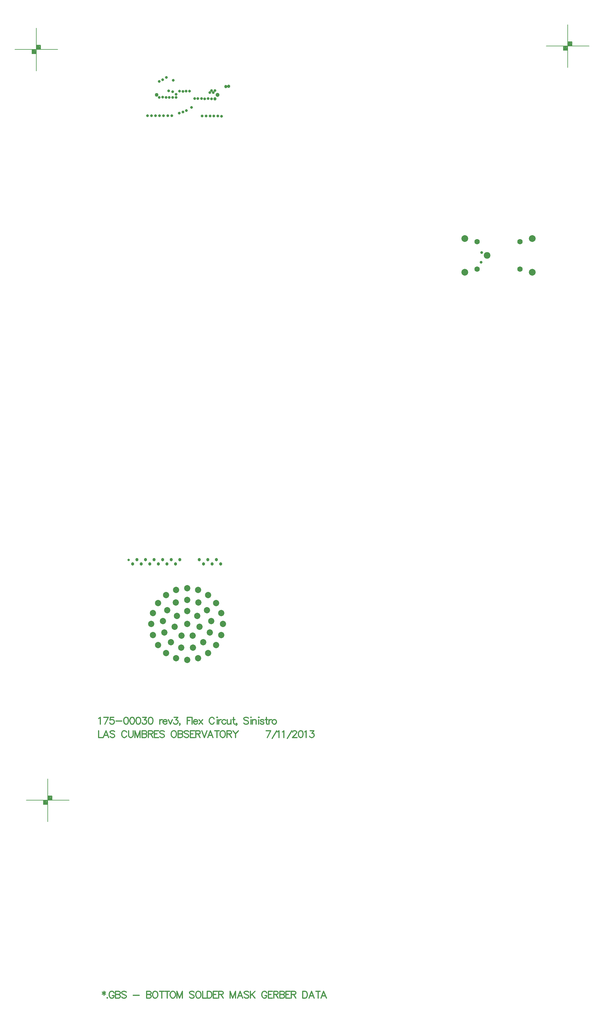
<source format=gbs>
%FSLAX23Y23*%
%MOIN*%
G70*
G01*
G75*
G04 Layer_Color=16711935*
%ADD10C,0.030*%
%ADD11C,0.010*%
%ADD12R,0.059X0.118*%
%ADD13R,0.010X0.035*%
%ADD14R,0.063X0.071*%
%ADD15C,0.007*%
%ADD16C,0.008*%
%ADD17C,0.005*%
%ADD18C,0.012*%
%ADD19C,0.012*%
%ADD20C,0.012*%
%ADD21C,0.070*%
%ADD22C,0.065*%
%ADD23C,0.035*%
%ADD24C,0.039*%
%ADD25C,0.055*%
%ADD26C,0.071*%
%ADD27C,0.020*%
%ADD28C,0.030*%
%ADD29C,0.024*%
%ADD30C,0.008*%
%ADD31R,0.067X0.126*%
%ADD32R,0.018X0.043*%
%ADD33R,0.071X0.079*%
%ADD34C,0.078*%
%ADD35C,0.073*%
%ADD36C,0.043*%
%ADD37C,0.047*%
%ADD38C,0.063*%
%ADD39C,0.079*%
%ADD40C,0.028*%
%ADD41C,0.038*%
%ADD42C,0.032*%
D16*
X31094Y22868D02*
X31594D01*
X31344Y22618D02*
Y23118D01*
X31394Y22868D02*
Y22918D01*
X31344D02*
X31394D01*
X31294Y22818D02*
Y22868D01*
Y22818D02*
X31344D01*
X31299Y22863D02*
X31339D01*
X31299Y22823D02*
Y22863D01*
Y22823D02*
X31339D01*
Y22863D01*
X31304Y22858D02*
X31334D01*
X31304Y22828D02*
Y22858D01*
Y22828D02*
X31334D01*
Y22853D01*
X31309D02*
X31329D01*
X31309Y22833D02*
Y22853D01*
Y22833D02*
X31329D01*
Y22848D01*
X31314D02*
X31324D01*
X31314Y22838D02*
Y22848D01*
Y22838D02*
X31324D01*
Y22848D01*
X31314Y22843D02*
X31324D01*
X31349Y22913D02*
X31389D01*
X31349Y22873D02*
Y22913D01*
Y22873D02*
X31389D01*
Y22913D01*
X31354Y22908D02*
X31384D01*
X31354Y22878D02*
Y22908D01*
Y22878D02*
X31384D01*
Y22903D01*
X31359D02*
X31379D01*
X31359Y22883D02*
Y22903D01*
Y22883D02*
X31379D01*
Y22898D01*
X31364D02*
X31374D01*
X31364Y22888D02*
Y22898D01*
Y22888D02*
X31374D01*
Y22898D01*
X31364Y22893D02*
X31374D01*
X24895Y22828D02*
X25395D01*
X25145Y22578D02*
Y23078D01*
X25195Y22828D02*
Y22878D01*
X25145D02*
X25195D01*
X25095Y22778D02*
Y22828D01*
Y22778D02*
X25145D01*
X25100Y22823D02*
X25140D01*
X25100Y22783D02*
Y22823D01*
Y22783D02*
X25140D01*
Y22823D01*
X25105Y22818D02*
X25135D01*
X25105Y22788D02*
Y22818D01*
Y22788D02*
X25135D01*
Y22813D01*
X25110D02*
X25130D01*
X25110Y22793D02*
Y22813D01*
Y22793D02*
X25130D01*
Y22808D01*
X25115D02*
X25125D01*
X25115Y22798D02*
Y22808D01*
Y22798D02*
X25125D01*
Y22808D01*
X25115Y22803D02*
X25125D01*
X25150Y22873D02*
X25190D01*
X25150Y22833D02*
Y22873D01*
Y22833D02*
X25190D01*
Y22873D01*
X25155Y22868D02*
X25185D01*
X25155Y22838D02*
Y22868D01*
Y22838D02*
X25185D01*
Y22863D01*
X25160D02*
X25180D01*
X25160Y22843D02*
Y22863D01*
Y22843D02*
X25180D01*
Y22858D01*
X25165D02*
X25175D01*
X25165Y22848D02*
Y22858D01*
Y22848D02*
X25175D01*
Y22858D01*
X25165Y22853D02*
X25175D01*
X25030Y14069D02*
X25530D01*
X25280Y13819D02*
Y14319D01*
X25330Y14069D02*
Y14119D01*
X25280D02*
X25330D01*
X25230Y14019D02*
Y14069D01*
Y14019D02*
X25280D01*
X25235Y14064D02*
X25275D01*
X25235Y14024D02*
Y14064D01*
Y14024D02*
X25275D01*
Y14064D01*
X25240Y14059D02*
X25270D01*
X25240Y14029D02*
Y14059D01*
Y14029D02*
X25270D01*
Y14054D01*
X25245D02*
X25265D01*
X25245Y14034D02*
Y14054D01*
Y14034D02*
X25265D01*
Y14049D01*
X25250D02*
X25260D01*
X25250Y14039D02*
Y14049D01*
Y14039D02*
X25260D01*
Y14049D01*
X25250Y14044D02*
X25260D01*
X25285Y14114D02*
X25325D01*
X25285Y14074D02*
Y14114D01*
Y14074D02*
X25325D01*
Y14114D01*
X25290Y14109D02*
X25320D01*
X25290Y14079D02*
Y14109D01*
Y14079D02*
X25320D01*
Y14104D01*
X25295D02*
X25315D01*
X25295Y14084D02*
Y14104D01*
Y14084D02*
X25315D01*
Y14099D01*
X25300D02*
X25310D01*
X25300Y14089D02*
Y14099D01*
Y14089D02*
X25310D01*
Y14099D01*
X25300Y14094D02*
X25310D01*
D18*
X25935Y11839D02*
Y11793D01*
X25916Y11828D02*
X25954Y11805D01*
Y11828D02*
X25916Y11805D01*
X25975Y11767D02*
X25971Y11763D01*
X25975Y11759D01*
X25978Y11763D01*
X25975Y11767D01*
X26053Y11820D02*
X26049Y11828D01*
X26042Y11835D01*
X26034Y11839D01*
X26019D01*
X26011Y11835D01*
X26003Y11828D01*
X26000Y11820D01*
X25996Y11809D01*
Y11790D01*
X26000Y11778D01*
X26003Y11771D01*
X26011Y11763D01*
X26019Y11759D01*
X26034D01*
X26042Y11763D01*
X26049Y11771D01*
X26053Y11778D01*
Y11790D01*
X26034D02*
X26053D01*
X26071Y11839D02*
Y11759D01*
Y11839D02*
X26106D01*
X26117Y11835D01*
X26121Y11832D01*
X26125Y11824D01*
Y11816D01*
X26121Y11809D01*
X26117Y11805D01*
X26106Y11801D01*
X26071D02*
X26106D01*
X26117Y11797D01*
X26121Y11793D01*
X26125Y11786D01*
Y11774D01*
X26121Y11767D01*
X26117Y11763D01*
X26106Y11759D01*
X26071D01*
X26196Y11828D02*
X26188Y11835D01*
X26177Y11839D01*
X26162D01*
X26150Y11835D01*
X26142Y11828D01*
Y11820D01*
X26146Y11813D01*
X26150Y11809D01*
X26158Y11805D01*
X26181Y11797D01*
X26188Y11793D01*
X26192Y11790D01*
X26196Y11782D01*
Y11771D01*
X26188Y11763D01*
X26177Y11759D01*
X26162D01*
X26150Y11763D01*
X26142Y11771D01*
X26277Y11793D02*
X26345D01*
X26432Y11839D02*
Y11759D01*
Y11839D02*
X26466D01*
X26477Y11835D01*
X26481Y11832D01*
X26485Y11824D01*
Y11816D01*
X26481Y11809D01*
X26477Y11805D01*
X26466Y11801D01*
X26432D02*
X26466D01*
X26477Y11797D01*
X26481Y11793D01*
X26485Y11786D01*
Y11774D01*
X26481Y11767D01*
X26477Y11763D01*
X26466Y11759D01*
X26432D01*
X26526Y11839D02*
X26518Y11835D01*
X26510Y11828D01*
X26507Y11820D01*
X26503Y11809D01*
Y11790D01*
X26507Y11778D01*
X26510Y11771D01*
X26518Y11763D01*
X26526Y11759D01*
X26541D01*
X26548Y11763D01*
X26556Y11771D01*
X26560Y11778D01*
X26564Y11790D01*
Y11809D01*
X26560Y11820D01*
X26556Y11828D01*
X26548Y11835D01*
X26541Y11839D01*
X26526D01*
X26609D02*
Y11759D01*
X26582Y11839D02*
X26636D01*
X26672D02*
Y11759D01*
X26645Y11839D02*
X26699D01*
X26731D02*
X26723Y11835D01*
X26716Y11828D01*
X26712Y11820D01*
X26708Y11809D01*
Y11790D01*
X26712Y11778D01*
X26716Y11771D01*
X26723Y11763D01*
X26731Y11759D01*
X26746D01*
X26754Y11763D01*
X26761Y11771D01*
X26765Y11778D01*
X26769Y11790D01*
Y11809D01*
X26765Y11820D01*
X26761Y11828D01*
X26754Y11835D01*
X26746Y11839D01*
X26731D01*
X26788D02*
Y11759D01*
Y11839D02*
X26818Y11759D01*
X26849Y11839D02*
X26818Y11759D01*
X26849Y11839D02*
Y11759D01*
X26988Y11828D02*
X26980Y11835D01*
X26969Y11839D01*
X26953D01*
X26942Y11835D01*
X26934Y11828D01*
Y11820D01*
X26938Y11813D01*
X26942Y11809D01*
X26950Y11805D01*
X26972Y11797D01*
X26980Y11793D01*
X26984Y11790D01*
X26988Y11782D01*
Y11771D01*
X26980Y11763D01*
X26969Y11759D01*
X26953D01*
X26942Y11763D01*
X26934Y11771D01*
X27028Y11839D02*
X27021Y11835D01*
X27013Y11828D01*
X27009Y11820D01*
X27006Y11809D01*
Y11790D01*
X27009Y11778D01*
X27013Y11771D01*
X27021Y11763D01*
X27028Y11759D01*
X27044D01*
X27051Y11763D01*
X27059Y11771D01*
X27063Y11778D01*
X27066Y11790D01*
Y11809D01*
X27063Y11820D01*
X27059Y11828D01*
X27051Y11835D01*
X27044Y11839D01*
X27028D01*
X27085D02*
Y11759D01*
X27131D01*
X27140Y11839D02*
Y11759D01*
Y11839D02*
X27166D01*
X27178Y11835D01*
X27185Y11828D01*
X27189Y11820D01*
X27193Y11809D01*
Y11790D01*
X27189Y11778D01*
X27185Y11771D01*
X27178Y11763D01*
X27166Y11759D01*
X27140D01*
X27260Y11839D02*
X27211D01*
Y11759D01*
X27260D01*
X27211Y11801D02*
X27241D01*
X27274Y11839D02*
Y11759D01*
Y11839D02*
X27308D01*
X27319Y11835D01*
X27323Y11832D01*
X27327Y11824D01*
Y11816D01*
X27323Y11809D01*
X27319Y11805D01*
X27308Y11801D01*
X27274D01*
X27300D02*
X27327Y11759D01*
X27408Y11839D02*
Y11759D01*
Y11839D02*
X27438Y11759D01*
X27469Y11839D02*
X27438Y11759D01*
X27469Y11839D02*
Y11759D01*
X27552D02*
X27522Y11839D01*
X27492Y11759D01*
X27503Y11786D02*
X27541D01*
X27624Y11828D02*
X27617Y11835D01*
X27605Y11839D01*
X27590D01*
X27579Y11835D01*
X27571Y11828D01*
Y11820D01*
X27575Y11813D01*
X27579Y11809D01*
X27586Y11805D01*
X27609Y11797D01*
X27617Y11793D01*
X27621Y11790D01*
X27624Y11782D01*
Y11771D01*
X27617Y11763D01*
X27605Y11759D01*
X27590D01*
X27579Y11763D01*
X27571Y11771D01*
X27642Y11839D02*
Y11759D01*
X27696Y11839D02*
X27642Y11786D01*
X27661Y11805D02*
X27696Y11759D01*
X27834Y11820D02*
X27830Y11828D01*
X27822Y11835D01*
X27814Y11839D01*
X27799D01*
X27792Y11835D01*
X27784Y11828D01*
X27780Y11820D01*
X27776Y11809D01*
Y11790D01*
X27780Y11778D01*
X27784Y11771D01*
X27792Y11763D01*
X27799Y11759D01*
X27814D01*
X27822Y11763D01*
X27830Y11771D01*
X27834Y11778D01*
Y11790D01*
X27814D02*
X27834D01*
X27901Y11839D02*
X27852D01*
Y11759D01*
X27901D01*
X27852Y11801D02*
X27882D01*
X27915Y11839D02*
Y11759D01*
Y11839D02*
X27949D01*
X27960Y11835D01*
X27964Y11832D01*
X27968Y11824D01*
Y11816D01*
X27964Y11809D01*
X27960Y11805D01*
X27949Y11801D01*
X27915D01*
X27941D02*
X27968Y11759D01*
X27986Y11839D02*
Y11759D01*
Y11839D02*
X28020D01*
X28032Y11835D01*
X28035Y11832D01*
X28039Y11824D01*
Y11816D01*
X28035Y11809D01*
X28032Y11805D01*
X28020Y11801D01*
X27986D02*
X28020D01*
X28032Y11797D01*
X28035Y11793D01*
X28039Y11786D01*
Y11774D01*
X28035Y11767D01*
X28032Y11763D01*
X28020Y11759D01*
X27986D01*
X28107Y11839D02*
X28057D01*
Y11759D01*
X28107D01*
X28057Y11801D02*
X28088D01*
X28120Y11839D02*
Y11759D01*
Y11839D02*
X28154D01*
X28166Y11835D01*
X28169Y11832D01*
X28173Y11824D01*
Y11816D01*
X28169Y11809D01*
X28166Y11805D01*
X28154Y11801D01*
X28120D01*
X28147D02*
X28173Y11759D01*
X28254Y11839D02*
Y11759D01*
Y11839D02*
X28281D01*
X28292Y11835D01*
X28300Y11828D01*
X28304Y11820D01*
X28307Y11809D01*
Y11790D01*
X28304Y11778D01*
X28300Y11771D01*
X28292Y11763D01*
X28281Y11759D01*
X28254D01*
X28386D02*
X28356Y11839D01*
X28325Y11759D01*
X28337Y11786D02*
X28375D01*
X28432Y11839D02*
Y11759D01*
X28405Y11839D02*
X28458D01*
X28529Y11759D02*
X28498Y11839D01*
X28468Y11759D01*
X28479Y11786D02*
X28517D01*
D19*
X25874Y14880D02*
Y14800D01*
X25920D01*
X25989D02*
X25959Y14880D01*
X25928Y14800D01*
X25940Y14827D02*
X25978D01*
X26061Y14868D02*
X26054Y14876D01*
X26042Y14880D01*
X26027D01*
X26016Y14876D01*
X26008Y14868D01*
Y14861D01*
X26012Y14853D01*
X26016Y14849D01*
X26023Y14846D01*
X26046Y14838D01*
X26054Y14834D01*
X26057Y14830D01*
X26061Y14823D01*
Y14811D01*
X26054Y14804D01*
X26042Y14800D01*
X26027D01*
X26016Y14804D01*
X26008Y14811D01*
X26199Y14861D02*
X26195Y14868D01*
X26188Y14876D01*
X26180Y14880D01*
X26165D01*
X26157Y14876D01*
X26150Y14868D01*
X26146Y14861D01*
X26142Y14849D01*
Y14830D01*
X26146Y14819D01*
X26150Y14811D01*
X26157Y14804D01*
X26165Y14800D01*
X26180D01*
X26188Y14804D01*
X26195Y14811D01*
X26199Y14819D01*
X26222Y14880D02*
Y14823D01*
X26225Y14811D01*
X26233Y14804D01*
X26244Y14800D01*
X26252D01*
X26264Y14804D01*
X26271Y14811D01*
X26275Y14823D01*
Y14880D01*
X26297D02*
Y14800D01*
Y14880D02*
X26327Y14800D01*
X26358Y14880D02*
X26327Y14800D01*
X26358Y14880D02*
Y14800D01*
X26381Y14880D02*
Y14800D01*
Y14880D02*
X26415D01*
X26427Y14876D01*
X26430Y14872D01*
X26434Y14865D01*
Y14857D01*
X26430Y14849D01*
X26427Y14846D01*
X26415Y14842D01*
X26381D02*
X26415D01*
X26427Y14838D01*
X26430Y14834D01*
X26434Y14827D01*
Y14815D01*
X26430Y14808D01*
X26427Y14804D01*
X26415Y14800D01*
X26381D01*
X26452Y14880D02*
Y14800D01*
Y14880D02*
X26486D01*
X26498Y14876D01*
X26502Y14872D01*
X26505Y14865D01*
Y14857D01*
X26502Y14849D01*
X26498Y14846D01*
X26486Y14842D01*
X26452D01*
X26479D02*
X26505Y14800D01*
X26573Y14880D02*
X26523D01*
Y14800D01*
X26573D01*
X26523Y14842D02*
X26554D01*
X26639Y14868D02*
X26632Y14876D01*
X26620Y14880D01*
X26605D01*
X26594Y14876D01*
X26586Y14868D01*
Y14861D01*
X26590Y14853D01*
X26594Y14849D01*
X26601Y14846D01*
X26624Y14838D01*
X26632Y14834D01*
X26636Y14830D01*
X26639Y14823D01*
Y14811D01*
X26632Y14804D01*
X26620Y14800D01*
X26605D01*
X26594Y14804D01*
X26586Y14811D01*
X26743Y14880D02*
X26735Y14876D01*
X26728Y14868D01*
X26724Y14861D01*
X26720Y14849D01*
Y14830D01*
X26724Y14819D01*
X26728Y14811D01*
X26735Y14804D01*
X26743Y14800D01*
X26758D01*
X26766Y14804D01*
X26773Y14811D01*
X26777Y14819D01*
X26781Y14830D01*
Y14849D01*
X26777Y14861D01*
X26773Y14868D01*
X26766Y14876D01*
X26758Y14880D01*
X26743D01*
X26800D02*
Y14800D01*
Y14880D02*
X26834D01*
X26845Y14876D01*
X26849Y14872D01*
X26853Y14865D01*
Y14857D01*
X26849Y14849D01*
X26845Y14846D01*
X26834Y14842D01*
X26800D02*
X26834D01*
X26845Y14838D01*
X26849Y14834D01*
X26853Y14827D01*
Y14815D01*
X26849Y14808D01*
X26845Y14804D01*
X26834Y14800D01*
X26800D01*
X26924Y14868D02*
X26917Y14876D01*
X26905Y14880D01*
X26890D01*
X26879Y14876D01*
X26871Y14868D01*
Y14861D01*
X26875Y14853D01*
X26879Y14849D01*
X26886Y14846D01*
X26909Y14838D01*
X26917Y14834D01*
X26921Y14830D01*
X26924Y14823D01*
Y14811D01*
X26917Y14804D01*
X26905Y14800D01*
X26890D01*
X26879Y14804D01*
X26871Y14811D01*
X26992Y14880D02*
X26942D01*
Y14800D01*
X26992D01*
X26942Y14842D02*
X26973D01*
X27005Y14880D02*
Y14800D01*
Y14880D02*
X27039D01*
X27051Y14876D01*
X27055Y14872D01*
X27058Y14865D01*
Y14857D01*
X27055Y14849D01*
X27051Y14846D01*
X27039Y14842D01*
X27005D01*
X27032D02*
X27058Y14800D01*
X27076Y14880D02*
X27107Y14800D01*
X27137Y14880D02*
X27107Y14800D01*
X27208D02*
X27178Y14880D01*
X27148Y14800D01*
X27159Y14827D02*
X27197D01*
X27254Y14880D02*
Y14800D01*
X27227Y14880D02*
X27280D01*
X27313D02*
X27305Y14876D01*
X27298Y14868D01*
X27294Y14861D01*
X27290Y14849D01*
Y14830D01*
X27294Y14819D01*
X27298Y14811D01*
X27305Y14804D01*
X27313Y14800D01*
X27328D01*
X27336Y14804D01*
X27343Y14811D01*
X27347Y14819D01*
X27351Y14830D01*
Y14849D01*
X27347Y14861D01*
X27343Y14868D01*
X27336Y14876D01*
X27328Y14880D01*
X27313D01*
X27370D02*
Y14800D01*
Y14880D02*
X27404D01*
X27415Y14876D01*
X27419Y14872D01*
X27423Y14865D01*
Y14857D01*
X27419Y14849D01*
X27415Y14846D01*
X27404Y14842D01*
X27370D01*
X27396D02*
X27423Y14800D01*
X27441Y14880D02*
X27471Y14842D01*
Y14800D01*
X27502Y14880D02*
X27471Y14842D01*
X27880Y14880D02*
X27841Y14800D01*
X27826Y14880D02*
X27880D01*
X27897Y14788D02*
X27951Y14880D01*
X27956Y14865D02*
X27964Y14868D01*
X27975Y14880D01*
Y14800D01*
X28015Y14865D02*
X28022Y14868D01*
X28034Y14880D01*
Y14800D01*
X28073Y14788D02*
X28127Y14880D01*
X28136Y14861D02*
Y14865D01*
X28140Y14872D01*
X28143Y14876D01*
X28151Y14880D01*
X28166D01*
X28174Y14876D01*
X28178Y14872D01*
X28182Y14865D01*
Y14857D01*
X28178Y14849D01*
X28170Y14838D01*
X28132Y14800D01*
X28185D01*
X28226Y14880D02*
X28215Y14876D01*
X28207Y14865D01*
X28203Y14846D01*
Y14834D01*
X28207Y14815D01*
X28215Y14804D01*
X28226Y14800D01*
X28234D01*
X28245Y14804D01*
X28253Y14815D01*
X28257Y14834D01*
Y14846D01*
X28253Y14865D01*
X28245Y14876D01*
X28234Y14880D01*
X28226D01*
X28275Y14865D02*
X28282Y14868D01*
X28294Y14880D01*
Y14800D01*
X28341Y14880D02*
X28383D01*
X28360Y14849D01*
X28371D01*
X28379Y14846D01*
X28383Y14842D01*
X28386Y14830D01*
Y14823D01*
X28383Y14811D01*
X28375Y14804D01*
X28364Y14800D01*
X28352D01*
X28341Y14804D01*
X28337Y14808D01*
X28333Y14815D01*
D20*
X25874Y15021D02*
X25881Y15025D01*
X25893Y15036D01*
Y14956D01*
X25986Y15036D02*
X25948Y14956D01*
X25933Y15036D02*
X25986D01*
X26049D02*
X26011D01*
X26008Y15002D01*
X26011Y15006D01*
X26023Y15010D01*
X26034D01*
X26046Y15006D01*
X26053Y14998D01*
X26057Y14987D01*
Y14979D01*
X26053Y14968D01*
X26046Y14960D01*
X26034Y14956D01*
X26023D01*
X26011Y14960D01*
X26008Y14964D01*
X26004Y14971D01*
X26075Y14991D02*
X26144D01*
X26190Y15036D02*
X26179Y15032D01*
X26171Y15021D01*
X26167Y15002D01*
Y14991D01*
X26171Y14971D01*
X26179Y14960D01*
X26190Y14956D01*
X26198D01*
X26209Y14960D01*
X26217Y14971D01*
X26220Y14991D01*
Y15002D01*
X26217Y15021D01*
X26209Y15032D01*
X26198Y15036D01*
X26190D01*
X26261D02*
X26250Y15032D01*
X26242Y15021D01*
X26238Y15002D01*
Y14991D01*
X26242Y14971D01*
X26250Y14960D01*
X26261Y14956D01*
X26269D01*
X26280Y14960D01*
X26288Y14971D01*
X26292Y14991D01*
Y15002D01*
X26288Y15021D01*
X26280Y15032D01*
X26269Y15036D01*
X26261D01*
X26332D02*
X26321Y15032D01*
X26313Y15021D01*
X26310Y15002D01*
Y14991D01*
X26313Y14971D01*
X26321Y14960D01*
X26332Y14956D01*
X26340D01*
X26351Y14960D01*
X26359Y14971D01*
X26363Y14991D01*
Y15002D01*
X26359Y15021D01*
X26351Y15032D01*
X26340Y15036D01*
X26332D01*
X26388D02*
X26430D01*
X26407Y15006D01*
X26419D01*
X26427Y15002D01*
X26430Y14998D01*
X26434Y14987D01*
Y14979D01*
X26430Y14968D01*
X26423Y14960D01*
X26411Y14956D01*
X26400D01*
X26388Y14960D01*
X26385Y14964D01*
X26381Y14971D01*
X26475Y15036D02*
X26463Y15032D01*
X26456Y15021D01*
X26452Y15002D01*
Y14991D01*
X26456Y14971D01*
X26463Y14960D01*
X26475Y14956D01*
X26483D01*
X26494Y14960D01*
X26502Y14971D01*
X26505Y14991D01*
Y15002D01*
X26502Y15021D01*
X26494Y15032D01*
X26483Y15036D01*
X26475D01*
X26586Y15010D02*
Y14956D01*
Y14987D02*
X26590Y14998D01*
X26598Y15006D01*
X26605Y15010D01*
X26617D01*
X26624Y14987D02*
X26670D01*
Y14994D01*
X26666Y15002D01*
X26662Y15006D01*
X26654Y15010D01*
X26643D01*
X26635Y15006D01*
X26628Y14998D01*
X26624Y14987D01*
Y14979D01*
X26628Y14968D01*
X26635Y14960D01*
X26643Y14956D01*
X26654D01*
X26662Y14960D01*
X26670Y14968D01*
X26687Y15010D02*
X26710Y14956D01*
X26732Y15010D02*
X26710Y14956D01*
X26753Y15036D02*
X26795D01*
X26772Y15006D01*
X26783D01*
X26791Y15002D01*
X26795Y14998D01*
X26799Y14987D01*
Y14979D01*
X26795Y14968D01*
X26787Y14960D01*
X26776Y14956D01*
X26764D01*
X26753Y14960D01*
X26749Y14964D01*
X26745Y14971D01*
X26824Y14960D02*
X26820Y14956D01*
X26817Y14960D01*
X26820Y14964D01*
X26824Y14960D01*
Y14952D01*
X26820Y14945D01*
X26817Y14941D01*
X26905Y15036D02*
Y14956D01*
Y15036D02*
X26954D01*
X26905Y14998D02*
X26935D01*
X26963Y15036D02*
Y14956D01*
X26980Y14987D02*
X27026D01*
Y14994D01*
X27022Y15002D01*
X27018Y15006D01*
X27010Y15010D01*
X26999D01*
X26991Y15006D01*
X26984Y14998D01*
X26980Y14987D01*
Y14979D01*
X26984Y14968D01*
X26991Y14960D01*
X26999Y14956D01*
X27010D01*
X27018Y14960D01*
X27026Y14968D01*
X27043Y15010D02*
X27085Y14956D01*
Y15010D02*
X27043Y14956D01*
X27221Y15017D02*
X27218Y15025D01*
X27210Y15032D01*
X27202Y15036D01*
X27187D01*
X27179Y15032D01*
X27172Y15025D01*
X27168Y15017D01*
X27164Y15006D01*
Y14987D01*
X27168Y14975D01*
X27172Y14968D01*
X27179Y14960D01*
X27187Y14956D01*
X27202D01*
X27210Y14960D01*
X27218Y14968D01*
X27221Y14975D01*
X27251Y15036D02*
X27255Y15032D01*
X27259Y15036D01*
X27255Y15040D01*
X27251Y15036D01*
X27255Y15010D02*
Y14956D01*
X27273Y15010D02*
Y14956D01*
Y14987D02*
X27277Y14998D01*
X27285Y15006D01*
X27292Y15010D01*
X27304D01*
X27357Y14998D02*
X27349Y15006D01*
X27341Y15010D01*
X27330D01*
X27322Y15006D01*
X27315Y14998D01*
X27311Y14987D01*
Y14979D01*
X27315Y14968D01*
X27322Y14960D01*
X27330Y14956D01*
X27341D01*
X27349Y14960D01*
X27357Y14968D01*
X27374Y15010D02*
Y14971D01*
X27378Y14960D01*
X27385Y14956D01*
X27397D01*
X27404Y14960D01*
X27416Y14971D01*
Y15010D02*
Y14956D01*
X27448Y15036D02*
Y14971D01*
X27452Y14960D01*
X27459Y14956D01*
X27467D01*
X27437Y15010D02*
X27463D01*
X27486Y14960D02*
X27482Y14956D01*
X27478Y14960D01*
X27482Y14964D01*
X27486Y14960D01*
Y14952D01*
X27482Y14945D01*
X27478Y14941D01*
X27620Y15025D02*
X27612Y15032D01*
X27601Y15036D01*
X27586D01*
X27574Y15032D01*
X27566Y15025D01*
Y15017D01*
X27570Y15010D01*
X27574Y15006D01*
X27582Y15002D01*
X27605Y14994D01*
X27612Y14991D01*
X27616Y14987D01*
X27620Y14979D01*
Y14968D01*
X27612Y14960D01*
X27601Y14956D01*
X27586D01*
X27574Y14960D01*
X27566Y14968D01*
X27645Y15036D02*
X27649Y15032D01*
X27653Y15036D01*
X27649Y15040D01*
X27645Y15036D01*
X27649Y15010D02*
Y14956D01*
X27667Y15010D02*
Y14956D01*
Y14994D02*
X27678Y15006D01*
X27686Y15010D01*
X27697D01*
X27705Y15006D01*
X27709Y14994D01*
Y14956D01*
X27737Y15036D02*
X27741Y15032D01*
X27745Y15036D01*
X27741Y15040D01*
X27737Y15036D01*
X27741Y15010D02*
Y14956D01*
X27801Y14998D02*
X27797Y15006D01*
X27786Y15010D01*
X27774D01*
X27763Y15006D01*
X27759Y14998D01*
X27763Y14991D01*
X27771Y14987D01*
X27790Y14983D01*
X27797Y14979D01*
X27801Y14971D01*
Y14968D01*
X27797Y14960D01*
X27786Y14956D01*
X27774D01*
X27763Y14960D01*
X27759Y14968D01*
X27829Y15036D02*
Y14971D01*
X27833Y14960D01*
X27841Y14956D01*
X27848D01*
X27818Y15010D02*
X27844D01*
X27860D02*
Y14956D01*
Y14987D02*
X27864Y14998D01*
X27871Y15006D01*
X27879Y15010D01*
X27890D01*
X27916D02*
X27909Y15006D01*
X27901Y14998D01*
X27897Y14987D01*
Y14979D01*
X27901Y14968D01*
X27909Y14960D01*
X27916Y14956D01*
X27928D01*
X27936Y14960D01*
X27943Y14968D01*
X27947Y14979D01*
Y14987D01*
X27943Y14998D01*
X27936Y15006D01*
X27928Y15010D01*
X27916D01*
D34*
X30404Y20425D02*
D03*
D35*
X27303Y15995D02*
D03*
X27323Y16124D02*
D03*
X27303Y16253D02*
D03*
X27243Y16370D02*
D03*
X26905Y16124D02*
D03*
Y16274D02*
D03*
X26788Y16218D02*
D03*
X26759Y16091D02*
D03*
X26840Y15989D02*
D03*
X26970Y15989D02*
D03*
X27051Y16091D02*
D03*
X27022Y16218D02*
D03*
X26905Y16407D02*
D03*
X26774Y16375D02*
D03*
X26672Y16285D02*
D03*
X26624Y16158D02*
D03*
X26640Y16024D02*
D03*
X26717Y15912D02*
D03*
X26837Y15849D02*
D03*
X26973Y15849D02*
D03*
X27093Y15912D02*
D03*
X27170Y16024D02*
D03*
X27186Y16158D02*
D03*
X27138Y16285D02*
D03*
X27037Y16375D02*
D03*
X26905Y16542D02*
D03*
X26776Y16522D02*
D03*
X26659Y16462D02*
D03*
X26567Y16370D02*
D03*
X26508Y16253D02*
D03*
X26487Y16124D02*
D03*
X26508Y15995D02*
D03*
X26567Y15878D02*
D03*
X26659Y15786D02*
D03*
X26776Y15727D02*
D03*
X26905Y15706D02*
D03*
X27034Y15727D02*
D03*
X27151Y15786D02*
D03*
X27243Y15878D02*
D03*
X27151Y16462D02*
D03*
X27034Y16522D02*
D03*
D36*
X26551Y22298D02*
D03*
D37*
X27259D02*
D03*
D38*
X30786Y20264D02*
D03*
X30286D02*
D03*
X30786Y20587D02*
D03*
X30286D02*
D03*
D39*
X30142Y20623D02*
D03*
Y20229D02*
D03*
X30930Y20228D02*
D03*
Y20622D02*
D03*
D40*
X26224Y16873D02*
D03*
D41*
X26720Y16874D02*
D03*
X26770Y16824D02*
D03*
X26270D02*
D03*
X26370D02*
D03*
X27295D02*
D03*
X27195D02*
D03*
X27095D02*
D03*
X27245Y16874D02*
D03*
X27145D02*
D03*
X27045D02*
D03*
X26470Y16824D02*
D03*
X26570D02*
D03*
X26670D02*
D03*
X26320Y16874D02*
D03*
X26420D02*
D03*
X26520D02*
D03*
X26620D02*
D03*
X26820D02*
D03*
X27391Y22398D02*
D03*
X27355Y22397D02*
D03*
X27230Y22253D02*
D03*
D42*
X26679Y22057D02*
D03*
X26895Y22116D02*
D03*
X26855Y22099D02*
D03*
X26813Y22085D02*
D03*
X26816Y22341D02*
D03*
X26776Y22306D02*
D03*
X26737Y22335D02*
D03*
X26691Y22347D02*
D03*
X26662Y22502D02*
D03*
X26621Y22475D02*
D03*
X26579Y22456D02*
D03*
X26777Y22269D02*
D03*
X26738Y22270D02*
D03*
X26698Y22268D02*
D03*
X26659Y22269D02*
D03*
X26620Y22272D02*
D03*
X26579Y22269D02*
D03*
X26726Y22057D02*
D03*
X26631D02*
D03*
X26584Y22057D02*
D03*
X26537D02*
D03*
X26490Y22057D02*
D03*
X26442D02*
D03*
X30334Y20344D02*
D03*
X30339Y20459D02*
D03*
X27305Y22050D02*
D03*
X27262Y22051D02*
D03*
X27218D02*
D03*
X27173D02*
D03*
X27126Y22052D02*
D03*
X27080D02*
D03*
X26855Y22339D02*
D03*
X26894Y22342D02*
D03*
X26934Y22343D02*
D03*
X27230Y22349D02*
D03*
X27210Y22327D02*
D03*
X27189Y22349D02*
D03*
X27170Y22326D02*
D03*
X27190Y22251D02*
D03*
X27111Y22253D02*
D03*
X27031Y22254D02*
D03*
X27150D02*
D03*
X27072Y22257D02*
D03*
X26993Y22255D02*
D03*
X26955Y22153D02*
D03*
X26743Y22469D02*
D03*
M02*

</source>
